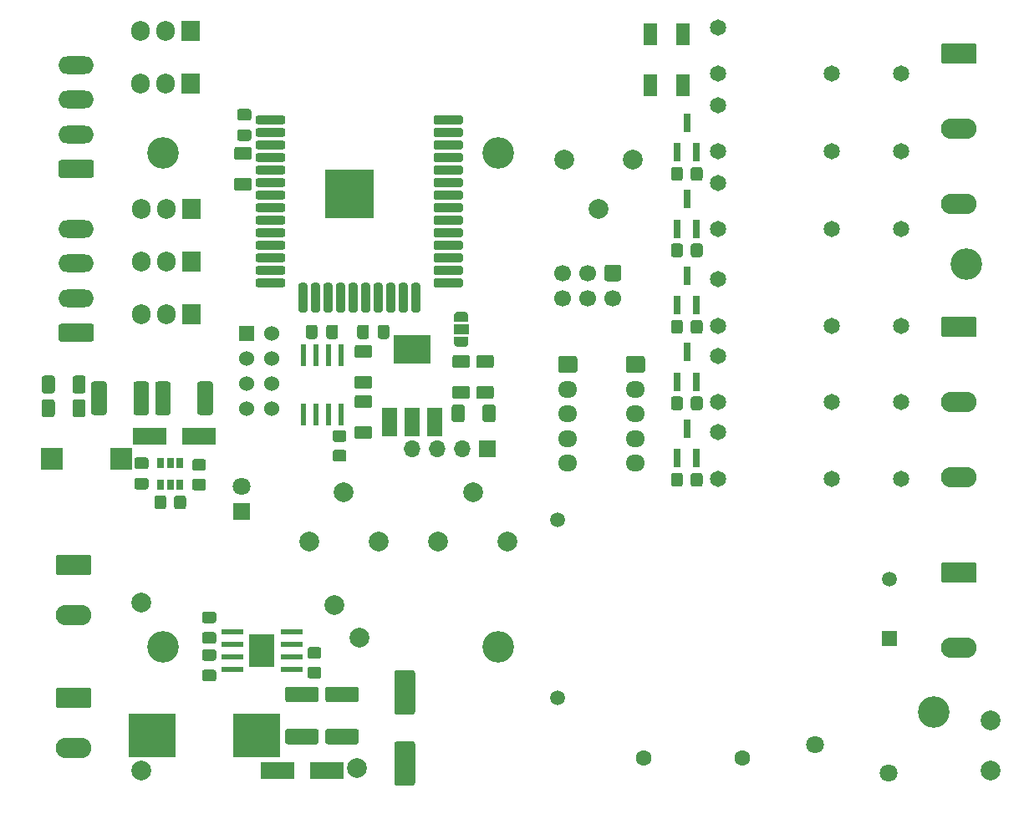
<source format=gbr>
%TF.GenerationSoftware,KiCad,Pcbnew,(5.1.8)-1*%
%TF.CreationDate,2021-03-17T21:52:08+01:00*%
%TF.ProjectId,sensactOutdoor,73656e73-6163-4744-9f75-74646f6f722e,rev?*%
%TF.SameCoordinates,Original*%
%TF.FileFunction,Soldermask,Top*%
%TF.FilePolarity,Negative*%
%FSLAX46Y46*%
G04 Gerber Fmt 4.6, Leading zero omitted, Abs format (unit mm)*
G04 Created by KiCad (PCBNEW (5.1.8)-1) date 2021-03-17 21:52:08*
%MOMM*%
%LPD*%
G01*
G04 APERTURE LIST*
%ADD10C,3.200000*%
%ADD11C,1.600000*%
%ADD12C,2.000000*%
%ADD13R,1.400000X2.200000*%
%ADD14C,1.500000*%
%ADD15R,1.500000X1.500000*%
%ADD16C,1.800000*%
%ADD17O,1.700000X1.700000*%
%ADD18R,1.700000X1.700000*%
%ADD19R,1.500000X1.000000*%
%ADD20C,0.100000*%
%ADD21C,1.524000*%
%ADD22R,1.524000X1.524000*%
%ADD23O,3.600000X2.100000*%
%ADD24R,4.800000X4.500000*%
%ADD25R,2.200000X0.600000*%
%ADD26O,1.905000X2.000000*%
%ADD27R,1.905000X2.000000*%
%ADD28C,1.650000*%
%ADD29O,1.950000X1.700000*%
%ADD30R,5.000000X5.000000*%
%ADD31C,1.700000*%
%ADD32R,0.800000X1.900000*%
%ADD33O,3.600000X1.800000*%
%ADD34R,1.500000X3.000000*%
%ADD35R,3.800000X3.000000*%
%ADD36R,1.800000X1.800000*%
%ADD37R,3.500000X1.800000*%
%ADD38R,0.600000X2.200000*%
%ADD39R,0.650000X1.060000*%
%ADD40R,2.200000X2.200000*%
%ADD41O,3.600000X2.080000*%
G04 APERTURE END LIST*
D10*
%TO.C,H6*%
X116586000Y-93599000D03*
%TD*%
D11*
%TO.C,C23*%
X87155000Y-98298000D03*
X97155000Y-98298000D03*
%TD*%
D12*
%TO.C,J13*%
X79121000Y-37672000D03*
X82621000Y-42672000D03*
X86121001Y-37672000D03*
%TD*%
%TO.C,J12*%
X73395601Y-76327000D03*
X69895601Y-71327000D03*
X66395600Y-76327000D03*
%TD*%
%TO.C,J10*%
X60340001Y-76327000D03*
X56840001Y-71327000D03*
X53340000Y-76327000D03*
%TD*%
D13*
%TO.C,D5*%
X87885000Y-24959000D03*
X91185000Y-24959000D03*
X91185000Y-30159000D03*
X87885000Y-30159000D03*
%TD*%
D14*
%TO.C,PS1*%
X78450000Y-74202000D03*
X78450000Y-92202000D03*
X112050000Y-80202000D03*
D15*
X112050000Y-86202000D03*
%TD*%
D16*
%TO.C,RV1*%
X104514000Y-96922000D03*
X112014000Y-99822000D03*
%TD*%
D12*
%TO.C,F1*%
X122301000Y-94488000D03*
X122301000Y-99568000D03*
%TD*%
%TO.C,TP4*%
X36322000Y-99568000D03*
%TD*%
%TO.C,TP2*%
X58166000Y-99314000D03*
%TD*%
D17*
%TO.C,U7*%
X63754000Y-66929000D03*
X66294000Y-66929000D03*
X68834000Y-66929000D03*
D18*
X71374000Y-66929000D03*
%TD*%
D19*
%TO.C,JP1*%
X68707000Y-54864000D03*
D20*
G36*
X69456398Y-56164000D02*
G01*
X69456398Y-56188534D01*
X69451588Y-56237365D01*
X69442016Y-56285490D01*
X69427772Y-56332445D01*
X69408995Y-56377778D01*
X69385864Y-56421051D01*
X69358604Y-56461850D01*
X69327476Y-56499779D01*
X69292779Y-56534476D01*
X69254850Y-56565604D01*
X69214051Y-56592864D01*
X69170778Y-56615995D01*
X69125445Y-56634772D01*
X69078490Y-56649016D01*
X69030365Y-56658588D01*
X68981534Y-56663398D01*
X68957000Y-56663398D01*
X68957000Y-56664000D01*
X68457000Y-56664000D01*
X68457000Y-56663398D01*
X68432466Y-56663398D01*
X68383635Y-56658588D01*
X68335510Y-56649016D01*
X68288555Y-56634772D01*
X68243222Y-56615995D01*
X68199949Y-56592864D01*
X68159150Y-56565604D01*
X68121221Y-56534476D01*
X68086524Y-56499779D01*
X68055396Y-56461850D01*
X68028136Y-56421051D01*
X68005005Y-56377778D01*
X67986228Y-56332445D01*
X67971984Y-56285490D01*
X67962412Y-56237365D01*
X67957602Y-56188534D01*
X67957602Y-56164000D01*
X67957000Y-56164000D01*
X67957000Y-55614000D01*
X69457000Y-55614000D01*
X69457000Y-56164000D01*
X69456398Y-56164000D01*
G37*
G36*
X67957000Y-54114000D02*
G01*
X67957000Y-53564000D01*
X67957602Y-53564000D01*
X67957602Y-53539466D01*
X67962412Y-53490635D01*
X67971984Y-53442510D01*
X67986228Y-53395555D01*
X68005005Y-53350222D01*
X68028136Y-53306949D01*
X68055396Y-53266150D01*
X68086524Y-53228221D01*
X68121221Y-53193524D01*
X68159150Y-53162396D01*
X68199949Y-53135136D01*
X68243222Y-53112005D01*
X68288555Y-53093228D01*
X68335510Y-53078984D01*
X68383635Y-53069412D01*
X68432466Y-53064602D01*
X68457000Y-53064602D01*
X68457000Y-53064000D01*
X68957000Y-53064000D01*
X68957000Y-53064602D01*
X68981534Y-53064602D01*
X69030365Y-53069412D01*
X69078490Y-53078984D01*
X69125445Y-53093228D01*
X69170778Y-53112005D01*
X69214051Y-53135136D01*
X69254850Y-53162396D01*
X69292779Y-53193524D01*
X69327476Y-53228221D01*
X69358604Y-53266150D01*
X69385864Y-53306949D01*
X69408995Y-53350222D01*
X69427772Y-53395555D01*
X69442016Y-53442510D01*
X69451588Y-53490635D01*
X69456398Y-53539466D01*
X69456398Y-53564000D01*
X69457000Y-53564000D01*
X69457000Y-54114000D01*
X67957000Y-54114000D01*
G37*
%TD*%
%TO.C,C21*%
G36*
G01*
X70877000Y-64023001D02*
X70877000Y-62722999D01*
G75*
G02*
X71126999Y-62473000I249999J0D01*
G01*
X71952001Y-62473000D01*
G75*
G02*
X72202000Y-62722999I0J-249999D01*
G01*
X72202000Y-64023001D01*
G75*
G02*
X71952001Y-64273000I-249999J0D01*
G01*
X71126999Y-64273000D01*
G75*
G02*
X70877000Y-64023001I0J249999D01*
G01*
G37*
G36*
G01*
X67752000Y-64023001D02*
X67752000Y-62722999D01*
G75*
G02*
X68001999Y-62473000I249999J0D01*
G01*
X68827001Y-62473000D01*
G75*
G02*
X69077000Y-62722999I0J-249999D01*
G01*
X69077000Y-64023001D01*
G75*
G02*
X68827001Y-64273000I-249999J0D01*
G01*
X68001999Y-64273000D01*
G75*
G02*
X67752000Y-64023001I0J249999D01*
G01*
G37*
%TD*%
%TO.C,C20*%
G36*
G01*
X69357001Y-58790000D02*
X68056999Y-58790000D01*
G75*
G02*
X67807000Y-58540001I0J249999D01*
G01*
X67807000Y-57714999D01*
G75*
G02*
X68056999Y-57465000I249999J0D01*
G01*
X69357001Y-57465000D01*
G75*
G02*
X69607000Y-57714999I0J-249999D01*
G01*
X69607000Y-58540001D01*
G75*
G02*
X69357001Y-58790000I-249999J0D01*
G01*
G37*
G36*
G01*
X69357001Y-61915000D02*
X68056999Y-61915000D01*
G75*
G02*
X67807000Y-61665001I0J249999D01*
G01*
X67807000Y-60839999D01*
G75*
G02*
X68056999Y-60590000I249999J0D01*
G01*
X69357001Y-60590000D01*
G75*
G02*
X69607000Y-60839999I0J-249999D01*
G01*
X69607000Y-61665001D01*
G75*
G02*
X69357001Y-61915000I-249999J0D01*
G01*
G37*
%TD*%
D21*
%TO.C,U6*%
X49530000Y-62865000D03*
X46990000Y-62865000D03*
X49530000Y-60325000D03*
X46990000Y-60325000D03*
X49530000Y-57785000D03*
X46990000Y-57785000D03*
X49530000Y-55245000D03*
D22*
X46990000Y-55245000D03*
%TD*%
D12*
%TO.C,TP3*%
X58420000Y-86106000D03*
%TD*%
%TO.C,TP5*%
X36322000Y-82550000D03*
%TD*%
%TO.C,TP1*%
X55880000Y-82804000D03*
%TD*%
D10*
%TO.C,H5*%
X119888000Y-48260000D03*
%TD*%
D23*
%TO.C,J9*%
X119126000Y-87122000D03*
G36*
G01*
X117576000Y-78452000D02*
X120676000Y-78452000D01*
G75*
G02*
X120926000Y-78702000I0J-250000D01*
G01*
X120926000Y-80302000D01*
G75*
G02*
X120676000Y-80552000I-250000J0D01*
G01*
X117576000Y-80552000D01*
G75*
G02*
X117326000Y-80302000I0J250000D01*
G01*
X117326000Y-78702000D01*
G75*
G02*
X117576000Y-78452000I250000J0D01*
G01*
G37*
%TD*%
%TO.C,J3*%
X119126000Y-69850000D03*
X119126000Y-62230000D03*
G36*
G01*
X117576000Y-53560000D02*
X120676000Y-53560000D01*
G75*
G02*
X120926000Y-53810000I0J-250000D01*
G01*
X120926000Y-55410000D01*
G75*
G02*
X120676000Y-55660000I-250000J0D01*
G01*
X117576000Y-55660000D01*
G75*
G02*
X117326000Y-55410000I0J250000D01*
G01*
X117326000Y-53810000D01*
G75*
G02*
X117576000Y-53560000I250000J0D01*
G01*
G37*
%TD*%
%TO.C,J2*%
X119126000Y-42164000D03*
X119126000Y-34544000D03*
G36*
G01*
X117576000Y-25874000D02*
X120676000Y-25874000D01*
G75*
G02*
X120926000Y-26124000I0J-250000D01*
G01*
X120926000Y-27724000D01*
G75*
G02*
X120676000Y-27974000I-250000J0D01*
G01*
X117576000Y-27974000D01*
G75*
G02*
X117326000Y-27724000I0J250000D01*
G01*
X117326000Y-26124000D01*
G75*
G02*
X117576000Y-25874000I250000J0D01*
G01*
G37*
%TD*%
D24*
%TO.C,L2*%
X47972000Y-96012000D03*
X37372000Y-96012000D03*
%TD*%
D20*
%TO.C,U2*%
G36*
X49814000Y-85726000D02*
G01*
X49814000Y-89026000D01*
X47214000Y-89026000D01*
X47214000Y-85726000D01*
X49814000Y-85726000D01*
G37*
D25*
X45514000Y-89281000D03*
X45514000Y-88011000D03*
X45514000Y-86741000D03*
X45514000Y-85471000D03*
X51514000Y-85471000D03*
X51514000Y-86741000D03*
X51514000Y-88011000D03*
X51514000Y-89281000D03*
%TD*%
D26*
%TO.C,Q3*%
X36195000Y-29972000D03*
X38735000Y-29972000D03*
D27*
X41275000Y-29972000D03*
%TD*%
D28*
%TO.C,K6*%
X113242000Y-69977000D03*
X106242000Y-69977000D03*
X94742000Y-65277000D03*
X94742000Y-69977000D03*
%TD*%
%TO.C,K5*%
X113242000Y-62230000D03*
X106242000Y-62230000D03*
X94742000Y-57530000D03*
X94742000Y-62230000D03*
%TD*%
%TO.C,K4*%
X113242000Y-54483000D03*
X106242000Y-54483000D03*
X94742000Y-49783000D03*
X94742000Y-54483000D03*
%TD*%
%TO.C,K3*%
X113242000Y-44704000D03*
X106242000Y-44704000D03*
X94742000Y-40004000D03*
X94742000Y-44704000D03*
%TD*%
%TO.C,K2*%
X113242000Y-36830000D03*
X106242000Y-36830000D03*
X94742000Y-32130000D03*
X94742000Y-36830000D03*
%TD*%
%TO.C,K1*%
X113242000Y-28956000D03*
X106242000Y-28956000D03*
X94742000Y-24256000D03*
X94742000Y-28956000D03*
%TD*%
%TO.C,C18*%
G36*
G01*
X55060000Y-55593000D02*
X55060000Y-54643000D01*
G75*
G02*
X55310000Y-54393000I250000J0D01*
G01*
X55985000Y-54393000D01*
G75*
G02*
X56235000Y-54643000I0J-250000D01*
G01*
X56235000Y-55593000D01*
G75*
G02*
X55985000Y-55843000I-250000J0D01*
G01*
X55310000Y-55843000D01*
G75*
G02*
X55060000Y-55593000I0J250000D01*
G01*
G37*
G36*
G01*
X52985000Y-55593000D02*
X52985000Y-54643000D01*
G75*
G02*
X53235000Y-54393000I250000J0D01*
G01*
X53910000Y-54393000D01*
G75*
G02*
X54160000Y-54643000I0J-250000D01*
G01*
X54160000Y-55593000D01*
G75*
G02*
X53910000Y-55843000I-250000J0D01*
G01*
X53235000Y-55843000D01*
G75*
G02*
X52985000Y-55593000I0J250000D01*
G01*
G37*
%TD*%
D29*
%TO.C,J11*%
X79502000Y-68420000D03*
X79502000Y-65920000D03*
X79502000Y-63420000D03*
X79502000Y-60920000D03*
G36*
G01*
X78777000Y-57570000D02*
X80227000Y-57570000D01*
G75*
G02*
X80477000Y-57820000I0J-250000D01*
G01*
X80477000Y-59020000D01*
G75*
G02*
X80227000Y-59270000I-250000J0D01*
G01*
X78777000Y-59270000D01*
G75*
G02*
X78527000Y-59020000I0J250000D01*
G01*
X78527000Y-57820000D01*
G75*
G02*
X78777000Y-57570000I250000J0D01*
G01*
G37*
%TD*%
%TO.C,U1*%
G36*
G01*
X68904000Y-33423000D02*
X68904000Y-33873000D01*
G75*
G02*
X68679000Y-34098000I-225000J0D01*
G01*
X66129000Y-34098000D01*
G75*
G02*
X65904000Y-33873000I0J225000D01*
G01*
X65904000Y-33423000D01*
G75*
G02*
X66129000Y-33198000I225000J0D01*
G01*
X68679000Y-33198000D01*
G75*
G02*
X68904000Y-33423000I0J-225000D01*
G01*
G37*
G36*
G01*
X68904000Y-34693000D02*
X68904000Y-35143000D01*
G75*
G02*
X68679000Y-35368000I-225000J0D01*
G01*
X66129000Y-35368000D01*
G75*
G02*
X65904000Y-35143000I0J225000D01*
G01*
X65904000Y-34693000D01*
G75*
G02*
X66129000Y-34468000I225000J0D01*
G01*
X68679000Y-34468000D01*
G75*
G02*
X68904000Y-34693000I0J-225000D01*
G01*
G37*
G36*
G01*
X68904000Y-35963000D02*
X68904000Y-36413000D01*
G75*
G02*
X68679000Y-36638000I-225000J0D01*
G01*
X66129000Y-36638000D01*
G75*
G02*
X65904000Y-36413000I0J225000D01*
G01*
X65904000Y-35963000D01*
G75*
G02*
X66129000Y-35738000I225000J0D01*
G01*
X68679000Y-35738000D01*
G75*
G02*
X68904000Y-35963000I0J-225000D01*
G01*
G37*
G36*
G01*
X68904000Y-37233000D02*
X68904000Y-37683000D01*
G75*
G02*
X68679000Y-37908000I-225000J0D01*
G01*
X66129000Y-37908000D01*
G75*
G02*
X65904000Y-37683000I0J225000D01*
G01*
X65904000Y-37233000D01*
G75*
G02*
X66129000Y-37008000I225000J0D01*
G01*
X68679000Y-37008000D01*
G75*
G02*
X68904000Y-37233000I0J-225000D01*
G01*
G37*
G36*
G01*
X68904000Y-38503000D02*
X68904000Y-38953000D01*
G75*
G02*
X68679000Y-39178000I-225000J0D01*
G01*
X66129000Y-39178000D01*
G75*
G02*
X65904000Y-38953000I0J225000D01*
G01*
X65904000Y-38503000D01*
G75*
G02*
X66129000Y-38278000I225000J0D01*
G01*
X68679000Y-38278000D01*
G75*
G02*
X68904000Y-38503000I0J-225000D01*
G01*
G37*
G36*
G01*
X68904000Y-39773000D02*
X68904000Y-40223000D01*
G75*
G02*
X68679000Y-40448000I-225000J0D01*
G01*
X66129000Y-40448000D01*
G75*
G02*
X65904000Y-40223000I0J225000D01*
G01*
X65904000Y-39773000D01*
G75*
G02*
X66129000Y-39548000I225000J0D01*
G01*
X68679000Y-39548000D01*
G75*
G02*
X68904000Y-39773000I0J-225000D01*
G01*
G37*
G36*
G01*
X68904000Y-41043000D02*
X68904000Y-41493000D01*
G75*
G02*
X68679000Y-41718000I-225000J0D01*
G01*
X66129000Y-41718000D01*
G75*
G02*
X65904000Y-41493000I0J225000D01*
G01*
X65904000Y-41043000D01*
G75*
G02*
X66129000Y-40818000I225000J0D01*
G01*
X68679000Y-40818000D01*
G75*
G02*
X68904000Y-41043000I0J-225000D01*
G01*
G37*
G36*
G01*
X68904000Y-42313000D02*
X68904000Y-42763000D01*
G75*
G02*
X68679000Y-42988000I-225000J0D01*
G01*
X66129000Y-42988000D01*
G75*
G02*
X65904000Y-42763000I0J225000D01*
G01*
X65904000Y-42313000D01*
G75*
G02*
X66129000Y-42088000I225000J0D01*
G01*
X68679000Y-42088000D01*
G75*
G02*
X68904000Y-42313000I0J-225000D01*
G01*
G37*
G36*
G01*
X68904000Y-43583000D02*
X68904000Y-44033000D01*
G75*
G02*
X68679000Y-44258000I-225000J0D01*
G01*
X66129000Y-44258000D01*
G75*
G02*
X65904000Y-44033000I0J225000D01*
G01*
X65904000Y-43583000D01*
G75*
G02*
X66129000Y-43358000I225000J0D01*
G01*
X68679000Y-43358000D01*
G75*
G02*
X68904000Y-43583000I0J-225000D01*
G01*
G37*
G36*
G01*
X68904000Y-44853000D02*
X68904000Y-45303000D01*
G75*
G02*
X68679000Y-45528000I-225000J0D01*
G01*
X66129000Y-45528000D01*
G75*
G02*
X65904000Y-45303000I0J225000D01*
G01*
X65904000Y-44853000D01*
G75*
G02*
X66129000Y-44628000I225000J0D01*
G01*
X68679000Y-44628000D01*
G75*
G02*
X68904000Y-44853000I0J-225000D01*
G01*
G37*
G36*
G01*
X68904000Y-46123000D02*
X68904000Y-46573000D01*
G75*
G02*
X68679000Y-46798000I-225000J0D01*
G01*
X66129000Y-46798000D01*
G75*
G02*
X65904000Y-46573000I0J225000D01*
G01*
X65904000Y-46123000D01*
G75*
G02*
X66129000Y-45898000I225000J0D01*
G01*
X68679000Y-45898000D01*
G75*
G02*
X68904000Y-46123000I0J-225000D01*
G01*
G37*
G36*
G01*
X68904000Y-47393000D02*
X68904000Y-47843000D01*
G75*
G02*
X68679000Y-48068000I-225000J0D01*
G01*
X66129000Y-48068000D01*
G75*
G02*
X65904000Y-47843000I0J225000D01*
G01*
X65904000Y-47393000D01*
G75*
G02*
X66129000Y-47168000I225000J0D01*
G01*
X68679000Y-47168000D01*
G75*
G02*
X68904000Y-47393000I0J-225000D01*
G01*
G37*
G36*
G01*
X68904000Y-48663000D02*
X68904000Y-49113000D01*
G75*
G02*
X68679000Y-49338000I-225000J0D01*
G01*
X66129000Y-49338000D01*
G75*
G02*
X65904000Y-49113000I0J225000D01*
G01*
X65904000Y-48663000D01*
G75*
G02*
X66129000Y-48438000I225000J0D01*
G01*
X68679000Y-48438000D01*
G75*
G02*
X68904000Y-48663000I0J-225000D01*
G01*
G37*
G36*
G01*
X68904000Y-49933000D02*
X68904000Y-50383000D01*
G75*
G02*
X68679000Y-50608000I-225000J0D01*
G01*
X66129000Y-50608000D01*
G75*
G02*
X65904000Y-50383000I0J225000D01*
G01*
X65904000Y-49933000D01*
G75*
G02*
X66129000Y-49708000I225000J0D01*
G01*
X68679000Y-49708000D01*
G75*
G02*
X68904000Y-49933000I0J-225000D01*
G01*
G37*
G36*
G01*
X64344000Y-53158000D02*
X63894000Y-53158000D01*
G75*
G02*
X63669000Y-52933000I0J225000D01*
G01*
X63669000Y-50383000D01*
G75*
G02*
X63894000Y-50158000I225000J0D01*
G01*
X64344000Y-50158000D01*
G75*
G02*
X64569000Y-50383000I0J-225000D01*
G01*
X64569000Y-52933000D01*
G75*
G02*
X64344000Y-53158000I-225000J0D01*
G01*
G37*
G36*
G01*
X63074000Y-53158000D02*
X62624000Y-53158000D01*
G75*
G02*
X62399000Y-52933000I0J225000D01*
G01*
X62399000Y-50383000D01*
G75*
G02*
X62624000Y-50158000I225000J0D01*
G01*
X63074000Y-50158000D01*
G75*
G02*
X63299000Y-50383000I0J-225000D01*
G01*
X63299000Y-52933000D01*
G75*
G02*
X63074000Y-53158000I-225000J0D01*
G01*
G37*
G36*
G01*
X61804000Y-53158000D02*
X61354000Y-53158000D01*
G75*
G02*
X61129000Y-52933000I0J225000D01*
G01*
X61129000Y-50383000D01*
G75*
G02*
X61354000Y-50158000I225000J0D01*
G01*
X61804000Y-50158000D01*
G75*
G02*
X62029000Y-50383000I0J-225000D01*
G01*
X62029000Y-52933000D01*
G75*
G02*
X61804000Y-53158000I-225000J0D01*
G01*
G37*
G36*
G01*
X60534000Y-53158000D02*
X60084000Y-53158000D01*
G75*
G02*
X59859000Y-52933000I0J225000D01*
G01*
X59859000Y-50383000D01*
G75*
G02*
X60084000Y-50158000I225000J0D01*
G01*
X60534000Y-50158000D01*
G75*
G02*
X60759000Y-50383000I0J-225000D01*
G01*
X60759000Y-52933000D01*
G75*
G02*
X60534000Y-53158000I-225000J0D01*
G01*
G37*
G36*
G01*
X59264000Y-53158000D02*
X58814000Y-53158000D01*
G75*
G02*
X58589000Y-52933000I0J225000D01*
G01*
X58589000Y-50383000D01*
G75*
G02*
X58814000Y-50158000I225000J0D01*
G01*
X59264000Y-50158000D01*
G75*
G02*
X59489000Y-50383000I0J-225000D01*
G01*
X59489000Y-52933000D01*
G75*
G02*
X59264000Y-53158000I-225000J0D01*
G01*
G37*
G36*
G01*
X57994000Y-53158000D02*
X57544000Y-53158000D01*
G75*
G02*
X57319000Y-52933000I0J225000D01*
G01*
X57319000Y-50383000D01*
G75*
G02*
X57544000Y-50158000I225000J0D01*
G01*
X57994000Y-50158000D01*
G75*
G02*
X58219000Y-50383000I0J-225000D01*
G01*
X58219000Y-52933000D01*
G75*
G02*
X57994000Y-53158000I-225000J0D01*
G01*
G37*
G36*
G01*
X56724000Y-53158000D02*
X56274000Y-53158000D01*
G75*
G02*
X56049000Y-52933000I0J225000D01*
G01*
X56049000Y-50383000D01*
G75*
G02*
X56274000Y-50158000I225000J0D01*
G01*
X56724000Y-50158000D01*
G75*
G02*
X56949000Y-50383000I0J-225000D01*
G01*
X56949000Y-52933000D01*
G75*
G02*
X56724000Y-53158000I-225000J0D01*
G01*
G37*
G36*
G01*
X55454000Y-53158000D02*
X55004000Y-53158000D01*
G75*
G02*
X54779000Y-52933000I0J225000D01*
G01*
X54779000Y-50383000D01*
G75*
G02*
X55004000Y-50158000I225000J0D01*
G01*
X55454000Y-50158000D01*
G75*
G02*
X55679000Y-50383000I0J-225000D01*
G01*
X55679000Y-52933000D01*
G75*
G02*
X55454000Y-53158000I-225000J0D01*
G01*
G37*
G36*
G01*
X54184000Y-53158000D02*
X53734000Y-53158000D01*
G75*
G02*
X53509000Y-52933000I0J225000D01*
G01*
X53509000Y-50383000D01*
G75*
G02*
X53734000Y-50158000I225000J0D01*
G01*
X54184000Y-50158000D01*
G75*
G02*
X54409000Y-50383000I0J-225000D01*
G01*
X54409000Y-52933000D01*
G75*
G02*
X54184000Y-53158000I-225000J0D01*
G01*
G37*
G36*
G01*
X52914000Y-53158000D02*
X52464000Y-53158000D01*
G75*
G02*
X52239000Y-52933000I0J225000D01*
G01*
X52239000Y-50383000D01*
G75*
G02*
X52464000Y-50158000I225000J0D01*
G01*
X52914000Y-50158000D01*
G75*
G02*
X53139000Y-50383000I0J-225000D01*
G01*
X53139000Y-52933000D01*
G75*
G02*
X52914000Y-53158000I-225000J0D01*
G01*
G37*
G36*
G01*
X47904000Y-50383000D02*
X47904000Y-49933000D01*
G75*
G02*
X48129000Y-49708000I225000J0D01*
G01*
X50679000Y-49708000D01*
G75*
G02*
X50904000Y-49933000I0J-225000D01*
G01*
X50904000Y-50383000D01*
G75*
G02*
X50679000Y-50608000I-225000J0D01*
G01*
X48129000Y-50608000D01*
G75*
G02*
X47904000Y-50383000I0J225000D01*
G01*
G37*
G36*
G01*
X47904000Y-49113000D02*
X47904000Y-48663000D01*
G75*
G02*
X48129000Y-48438000I225000J0D01*
G01*
X50679000Y-48438000D01*
G75*
G02*
X50904000Y-48663000I0J-225000D01*
G01*
X50904000Y-49113000D01*
G75*
G02*
X50679000Y-49338000I-225000J0D01*
G01*
X48129000Y-49338000D01*
G75*
G02*
X47904000Y-49113000I0J225000D01*
G01*
G37*
G36*
G01*
X47904000Y-47843000D02*
X47904000Y-47393000D01*
G75*
G02*
X48129000Y-47168000I225000J0D01*
G01*
X50679000Y-47168000D01*
G75*
G02*
X50904000Y-47393000I0J-225000D01*
G01*
X50904000Y-47843000D01*
G75*
G02*
X50679000Y-48068000I-225000J0D01*
G01*
X48129000Y-48068000D01*
G75*
G02*
X47904000Y-47843000I0J225000D01*
G01*
G37*
G36*
G01*
X47904000Y-46573000D02*
X47904000Y-46123000D01*
G75*
G02*
X48129000Y-45898000I225000J0D01*
G01*
X50679000Y-45898000D01*
G75*
G02*
X50904000Y-46123000I0J-225000D01*
G01*
X50904000Y-46573000D01*
G75*
G02*
X50679000Y-46798000I-225000J0D01*
G01*
X48129000Y-46798000D01*
G75*
G02*
X47904000Y-46573000I0J225000D01*
G01*
G37*
G36*
G01*
X47904000Y-45303000D02*
X47904000Y-44853000D01*
G75*
G02*
X48129000Y-44628000I225000J0D01*
G01*
X50679000Y-44628000D01*
G75*
G02*
X50904000Y-44853000I0J-225000D01*
G01*
X50904000Y-45303000D01*
G75*
G02*
X50679000Y-45528000I-225000J0D01*
G01*
X48129000Y-45528000D01*
G75*
G02*
X47904000Y-45303000I0J225000D01*
G01*
G37*
G36*
G01*
X47904000Y-44033000D02*
X47904000Y-43583000D01*
G75*
G02*
X48129000Y-43358000I225000J0D01*
G01*
X50679000Y-43358000D01*
G75*
G02*
X50904000Y-43583000I0J-225000D01*
G01*
X50904000Y-44033000D01*
G75*
G02*
X50679000Y-44258000I-225000J0D01*
G01*
X48129000Y-44258000D01*
G75*
G02*
X47904000Y-44033000I0J225000D01*
G01*
G37*
G36*
G01*
X47904000Y-42763000D02*
X47904000Y-42313000D01*
G75*
G02*
X48129000Y-42088000I225000J0D01*
G01*
X50679000Y-42088000D01*
G75*
G02*
X50904000Y-42313000I0J-225000D01*
G01*
X50904000Y-42763000D01*
G75*
G02*
X50679000Y-42988000I-225000J0D01*
G01*
X48129000Y-42988000D01*
G75*
G02*
X47904000Y-42763000I0J225000D01*
G01*
G37*
G36*
G01*
X47904000Y-41493000D02*
X47904000Y-41043000D01*
G75*
G02*
X48129000Y-40818000I225000J0D01*
G01*
X50679000Y-40818000D01*
G75*
G02*
X50904000Y-41043000I0J-225000D01*
G01*
X50904000Y-41493000D01*
G75*
G02*
X50679000Y-41718000I-225000J0D01*
G01*
X48129000Y-41718000D01*
G75*
G02*
X47904000Y-41493000I0J225000D01*
G01*
G37*
G36*
G01*
X47904000Y-40223000D02*
X47904000Y-39773000D01*
G75*
G02*
X48129000Y-39548000I225000J0D01*
G01*
X50679000Y-39548000D01*
G75*
G02*
X50904000Y-39773000I0J-225000D01*
G01*
X50904000Y-40223000D01*
G75*
G02*
X50679000Y-40448000I-225000J0D01*
G01*
X48129000Y-40448000D01*
G75*
G02*
X47904000Y-40223000I0J225000D01*
G01*
G37*
G36*
G01*
X47904000Y-38953000D02*
X47904000Y-38503000D01*
G75*
G02*
X48129000Y-38278000I225000J0D01*
G01*
X50679000Y-38278000D01*
G75*
G02*
X50904000Y-38503000I0J-225000D01*
G01*
X50904000Y-38953000D01*
G75*
G02*
X50679000Y-39178000I-225000J0D01*
G01*
X48129000Y-39178000D01*
G75*
G02*
X47904000Y-38953000I0J225000D01*
G01*
G37*
G36*
G01*
X47904000Y-37683000D02*
X47904000Y-37233000D01*
G75*
G02*
X48129000Y-37008000I225000J0D01*
G01*
X50679000Y-37008000D01*
G75*
G02*
X50904000Y-37233000I0J-225000D01*
G01*
X50904000Y-37683000D01*
G75*
G02*
X50679000Y-37908000I-225000J0D01*
G01*
X48129000Y-37908000D01*
G75*
G02*
X47904000Y-37683000I0J225000D01*
G01*
G37*
G36*
G01*
X47904000Y-36413000D02*
X47904000Y-35963000D01*
G75*
G02*
X48129000Y-35738000I225000J0D01*
G01*
X50679000Y-35738000D01*
G75*
G02*
X50904000Y-35963000I0J-225000D01*
G01*
X50904000Y-36413000D01*
G75*
G02*
X50679000Y-36638000I-225000J0D01*
G01*
X48129000Y-36638000D01*
G75*
G02*
X47904000Y-36413000I0J225000D01*
G01*
G37*
G36*
G01*
X47904000Y-35143000D02*
X47904000Y-34693000D01*
G75*
G02*
X48129000Y-34468000I225000J0D01*
G01*
X50679000Y-34468000D01*
G75*
G02*
X50904000Y-34693000I0J-225000D01*
G01*
X50904000Y-35143000D01*
G75*
G02*
X50679000Y-35368000I-225000J0D01*
G01*
X48129000Y-35368000D01*
G75*
G02*
X47904000Y-35143000I0J225000D01*
G01*
G37*
G36*
G01*
X47904000Y-33873000D02*
X47904000Y-33423000D01*
G75*
G02*
X48129000Y-33198000I225000J0D01*
G01*
X50679000Y-33198000D01*
G75*
G02*
X50904000Y-33423000I0J-225000D01*
G01*
X50904000Y-33873000D01*
G75*
G02*
X50679000Y-34098000I-225000J0D01*
G01*
X48129000Y-34098000D01*
G75*
G02*
X47904000Y-33873000I0J225000D01*
G01*
G37*
D30*
X57404000Y-41148000D03*
%TD*%
%TO.C,C17*%
G36*
G01*
X45958999Y-39508000D02*
X47259001Y-39508000D01*
G75*
G02*
X47509000Y-39757999I0J-249999D01*
G01*
X47509000Y-40583001D01*
G75*
G02*
X47259001Y-40833000I-249999J0D01*
G01*
X45958999Y-40833000D01*
G75*
G02*
X45709000Y-40583001I0J249999D01*
G01*
X45709000Y-39757999D01*
G75*
G02*
X45958999Y-39508000I249999J0D01*
G01*
G37*
G36*
G01*
X45958999Y-36383000D02*
X47259001Y-36383000D01*
G75*
G02*
X47509000Y-36632999I0J-249999D01*
G01*
X47509000Y-37458001D01*
G75*
G02*
X47259001Y-37708000I-249999J0D01*
G01*
X45958999Y-37708000D01*
G75*
G02*
X45709000Y-37458001I0J249999D01*
G01*
X45709000Y-36632999D01*
G75*
G02*
X45958999Y-36383000I249999J0D01*
G01*
G37*
%TD*%
%TO.C,C16*%
G36*
G01*
X47211000Y-33713000D02*
X46261000Y-33713000D01*
G75*
G02*
X46011000Y-33463000I0J250000D01*
G01*
X46011000Y-32788000D01*
G75*
G02*
X46261000Y-32538000I250000J0D01*
G01*
X47211000Y-32538000D01*
G75*
G02*
X47461000Y-32788000I0J-250000D01*
G01*
X47461000Y-33463000D01*
G75*
G02*
X47211000Y-33713000I-250000J0D01*
G01*
G37*
G36*
G01*
X47211000Y-35788000D02*
X46261000Y-35788000D01*
G75*
G02*
X46011000Y-35538000I0J250000D01*
G01*
X46011000Y-34863000D01*
G75*
G02*
X46261000Y-34613000I250000J0D01*
G01*
X47211000Y-34613000D01*
G75*
G02*
X47461000Y-34863000I0J-250000D01*
G01*
X47461000Y-35538000D01*
G75*
G02*
X47211000Y-35788000I-250000J0D01*
G01*
G37*
%TD*%
D29*
%TO.C,J7*%
X86360000Y-68420000D03*
X86360000Y-65920000D03*
X86360000Y-63420000D03*
X86360000Y-60920000D03*
G36*
G01*
X85635000Y-57570000D02*
X87085000Y-57570000D01*
G75*
G02*
X87335000Y-57820000I0J-250000D01*
G01*
X87335000Y-59020000D01*
G75*
G02*
X87085000Y-59270000I-250000J0D01*
G01*
X85635000Y-59270000D01*
G75*
G02*
X85385000Y-59020000I0J250000D01*
G01*
X85385000Y-57820000D01*
G75*
G02*
X85635000Y-57570000I250000J0D01*
G01*
G37*
%TD*%
D31*
%TO.C,J4*%
X78994000Y-51689000D03*
X81534000Y-51689000D03*
X84074000Y-51689000D03*
X78994000Y-49149000D03*
X81534000Y-49149000D03*
G36*
G01*
X83474000Y-48299000D02*
X84674000Y-48299000D01*
G75*
G02*
X84924000Y-48549000I0J-250000D01*
G01*
X84924000Y-49749000D01*
G75*
G02*
X84674000Y-49999000I-250000J0D01*
G01*
X83474000Y-49999000D01*
G75*
G02*
X83224000Y-49749000I0J250000D01*
G01*
X83224000Y-48549000D01*
G75*
G02*
X83474000Y-48299000I250000J0D01*
G01*
G37*
%TD*%
%TO.C,R24*%
G36*
G01*
X91967000Y-70554001D02*
X91967000Y-69653999D01*
G75*
G02*
X92216999Y-69404000I249999J0D01*
G01*
X92917001Y-69404000D01*
G75*
G02*
X93167000Y-69653999I0J-249999D01*
G01*
X93167000Y-70554001D01*
G75*
G02*
X92917001Y-70804000I-249999J0D01*
G01*
X92216999Y-70804000D01*
G75*
G02*
X91967000Y-70554001I0J249999D01*
G01*
G37*
G36*
G01*
X89967000Y-70554001D02*
X89967000Y-69653999D01*
G75*
G02*
X90216999Y-69404000I249999J0D01*
G01*
X90917001Y-69404000D01*
G75*
G02*
X91167000Y-69653999I0J-249999D01*
G01*
X91167000Y-70554001D01*
G75*
G02*
X90917001Y-70804000I-249999J0D01*
G01*
X90216999Y-70804000D01*
G75*
G02*
X89967000Y-70554001I0J249999D01*
G01*
G37*
%TD*%
%TO.C,R23*%
G36*
G01*
X91967000Y-62807001D02*
X91967000Y-61906999D01*
G75*
G02*
X92216999Y-61657000I249999J0D01*
G01*
X92917001Y-61657000D01*
G75*
G02*
X93167000Y-61906999I0J-249999D01*
G01*
X93167000Y-62807001D01*
G75*
G02*
X92917001Y-63057000I-249999J0D01*
G01*
X92216999Y-63057000D01*
G75*
G02*
X91967000Y-62807001I0J249999D01*
G01*
G37*
G36*
G01*
X89967000Y-62807001D02*
X89967000Y-61906999D01*
G75*
G02*
X90216999Y-61657000I249999J0D01*
G01*
X90917001Y-61657000D01*
G75*
G02*
X91167000Y-61906999I0J-249999D01*
G01*
X91167000Y-62807001D01*
G75*
G02*
X90917001Y-63057000I-249999J0D01*
G01*
X90216999Y-63057000D01*
G75*
G02*
X89967000Y-62807001I0J249999D01*
G01*
G37*
%TD*%
D32*
%TO.C,Q11*%
X91567000Y-64921000D03*
X92517000Y-67921000D03*
X90617000Y-67921000D03*
%TD*%
%TO.C,Q10*%
X91567000Y-57174000D03*
X92517000Y-60174000D03*
X90617000Y-60174000D03*
%TD*%
D33*
%TO.C,J8*%
X29718000Y-44704000D03*
X29718000Y-48204000D03*
X29718000Y-51704000D03*
G36*
G01*
X31268000Y-56104000D02*
X28168000Y-56104000D01*
G75*
G02*
X27918000Y-55854000I0J250000D01*
G01*
X27918000Y-54554000D01*
G75*
G02*
X28168000Y-54304000I250000J0D01*
G01*
X31268000Y-54304000D01*
G75*
G02*
X31518000Y-54554000I0J-250000D01*
G01*
X31518000Y-55854000D01*
G75*
G02*
X31268000Y-56104000I-250000J0D01*
G01*
G37*
%TD*%
D10*
%TO.C,H3*%
X38500000Y-87000000D03*
%TD*%
D34*
%TO.C,U5*%
X61454000Y-64229000D03*
X66054000Y-64229000D03*
X63754000Y-64229000D03*
D35*
X63754000Y-56929000D03*
%TD*%
%TO.C,R10*%
G36*
G01*
X55937999Y-67075000D02*
X56838001Y-67075000D01*
G75*
G02*
X57088000Y-67324999I0J-249999D01*
G01*
X57088000Y-68025001D01*
G75*
G02*
X56838001Y-68275000I-249999J0D01*
G01*
X55937999Y-68275000D01*
G75*
G02*
X55688000Y-68025001I0J249999D01*
G01*
X55688000Y-67324999D01*
G75*
G02*
X55937999Y-67075000I249999J0D01*
G01*
G37*
G36*
G01*
X55937999Y-65075000D02*
X56838001Y-65075000D01*
G75*
G02*
X57088000Y-65324999I0J-249999D01*
G01*
X57088000Y-66025001D01*
G75*
G02*
X56838001Y-66275000I-249999J0D01*
G01*
X55937999Y-66275000D01*
G75*
G02*
X55688000Y-66025001I0J249999D01*
G01*
X55688000Y-65324999D01*
G75*
G02*
X55937999Y-65075000I249999J0D01*
G01*
G37*
%TD*%
%TO.C,R8*%
G36*
G01*
X91967000Y-55060001D02*
X91967000Y-54159999D01*
G75*
G02*
X92216999Y-53910000I249999J0D01*
G01*
X92917001Y-53910000D01*
G75*
G02*
X93167000Y-54159999I0J-249999D01*
G01*
X93167000Y-55060001D01*
G75*
G02*
X92917001Y-55310000I-249999J0D01*
G01*
X92216999Y-55310000D01*
G75*
G02*
X91967000Y-55060001I0J249999D01*
G01*
G37*
G36*
G01*
X89967000Y-55060001D02*
X89967000Y-54159999D01*
G75*
G02*
X90216999Y-53910000I249999J0D01*
G01*
X90917001Y-53910000D01*
G75*
G02*
X91167000Y-54159999I0J-249999D01*
G01*
X91167000Y-55060001D01*
G75*
G02*
X90917001Y-55310000I-249999J0D01*
G01*
X90216999Y-55310000D01*
G75*
G02*
X89967000Y-55060001I0J249999D01*
G01*
G37*
%TD*%
%TO.C,R7*%
G36*
G01*
X91967000Y-47313001D02*
X91967000Y-46412999D01*
G75*
G02*
X92216999Y-46163000I249999J0D01*
G01*
X92917001Y-46163000D01*
G75*
G02*
X93167000Y-46412999I0J-249999D01*
G01*
X93167000Y-47313001D01*
G75*
G02*
X92917001Y-47563000I-249999J0D01*
G01*
X92216999Y-47563000D01*
G75*
G02*
X91967000Y-47313001I0J249999D01*
G01*
G37*
G36*
G01*
X89967000Y-47313001D02*
X89967000Y-46412999D01*
G75*
G02*
X90216999Y-46163000I249999J0D01*
G01*
X90917001Y-46163000D01*
G75*
G02*
X91167000Y-46412999I0J-249999D01*
G01*
X91167000Y-47313001D01*
G75*
G02*
X90917001Y-47563000I-249999J0D01*
G01*
X90216999Y-47563000D01*
G75*
G02*
X89967000Y-47313001I0J249999D01*
G01*
G37*
%TD*%
%TO.C,R6*%
G36*
G01*
X91967000Y-39566001D02*
X91967000Y-38665999D01*
G75*
G02*
X92216999Y-38416000I249999J0D01*
G01*
X92917001Y-38416000D01*
G75*
G02*
X93167000Y-38665999I0J-249999D01*
G01*
X93167000Y-39566001D01*
G75*
G02*
X92917001Y-39816000I-249999J0D01*
G01*
X92216999Y-39816000D01*
G75*
G02*
X91967000Y-39566001I0J249999D01*
G01*
G37*
G36*
G01*
X89967000Y-39566001D02*
X89967000Y-38665999D01*
G75*
G02*
X90216999Y-38416000I249999J0D01*
G01*
X90917001Y-38416000D01*
G75*
G02*
X91167000Y-38665999I0J-249999D01*
G01*
X91167000Y-39566001D01*
G75*
G02*
X90917001Y-39816000I-249999J0D01*
G01*
X90216999Y-39816000D01*
G75*
G02*
X89967000Y-39566001I0J249999D01*
G01*
G37*
%TD*%
D32*
%TO.C,Q9*%
X91567000Y-49427000D03*
X92517000Y-52427000D03*
X90617000Y-52427000D03*
%TD*%
%TO.C,Q8*%
X91567000Y-41680000D03*
X92517000Y-44680000D03*
X90617000Y-44680000D03*
%TD*%
%TO.C,Q7*%
X91567000Y-33909000D03*
X92517000Y-36909000D03*
X90617000Y-36909000D03*
%TD*%
D16*
%TO.C,D3*%
X46482000Y-70739000D03*
D36*
X46482000Y-73279000D03*
%TD*%
%TO.C,C19*%
G36*
G01*
X58150999Y-64654000D02*
X59451001Y-64654000D01*
G75*
G02*
X59701000Y-64903999I0J-249999D01*
G01*
X59701000Y-65729001D01*
G75*
G02*
X59451001Y-65979000I-249999J0D01*
G01*
X58150999Y-65979000D01*
G75*
G02*
X57901000Y-65729001I0J249999D01*
G01*
X57901000Y-64903999D01*
G75*
G02*
X58150999Y-64654000I249999J0D01*
G01*
G37*
G36*
G01*
X58150999Y-61529000D02*
X59451001Y-61529000D01*
G75*
G02*
X59701000Y-61778999I0J-249999D01*
G01*
X59701000Y-62604001D01*
G75*
G02*
X59451001Y-62854000I-249999J0D01*
G01*
X58150999Y-62854000D01*
G75*
G02*
X57901000Y-62604001I0J249999D01*
G01*
X57901000Y-61778999D01*
G75*
G02*
X58150999Y-61529000I249999J0D01*
G01*
G37*
%TD*%
D10*
%TO.C,H4*%
X72500000Y-87000000D03*
%TD*%
%TO.C,C14*%
G36*
G01*
X58150999Y-59574000D02*
X59451001Y-59574000D01*
G75*
G02*
X59701000Y-59823999I0J-249999D01*
G01*
X59701000Y-60649001D01*
G75*
G02*
X59451001Y-60899000I-249999J0D01*
G01*
X58150999Y-60899000D01*
G75*
G02*
X57901000Y-60649001I0J249999D01*
G01*
X57901000Y-59823999D01*
G75*
G02*
X58150999Y-59574000I249999J0D01*
G01*
G37*
G36*
G01*
X58150999Y-56449000D02*
X59451001Y-56449000D01*
G75*
G02*
X59701000Y-56698999I0J-249999D01*
G01*
X59701000Y-57524001D01*
G75*
G02*
X59451001Y-57774000I-249999J0D01*
G01*
X58150999Y-57774000D01*
G75*
G02*
X57901000Y-57524001I0J249999D01*
G01*
X57901000Y-56698999D01*
G75*
G02*
X58150999Y-56449000I249999J0D01*
G01*
G37*
%TD*%
%TO.C,C13*%
G36*
G01*
X59367000Y-54643000D02*
X59367000Y-55593000D01*
G75*
G02*
X59117000Y-55843000I-250000J0D01*
G01*
X58442000Y-55843000D01*
G75*
G02*
X58192000Y-55593000I0J250000D01*
G01*
X58192000Y-54643000D01*
G75*
G02*
X58442000Y-54393000I250000J0D01*
G01*
X59117000Y-54393000D01*
G75*
G02*
X59367000Y-54643000I0J-250000D01*
G01*
G37*
G36*
G01*
X61442000Y-54643000D02*
X61442000Y-55593000D01*
G75*
G02*
X61192000Y-55843000I-250000J0D01*
G01*
X60517000Y-55843000D01*
G75*
G02*
X60267000Y-55593000I0J250000D01*
G01*
X60267000Y-54643000D01*
G75*
G02*
X60517000Y-54393000I250000J0D01*
G01*
X61192000Y-54393000D01*
G75*
G02*
X61442000Y-54643000I0J-250000D01*
G01*
G37*
%TD*%
%TO.C,C12*%
G36*
G01*
X71770001Y-58790000D02*
X70469999Y-58790000D01*
G75*
G02*
X70220000Y-58540001I0J249999D01*
G01*
X70220000Y-57714999D01*
G75*
G02*
X70469999Y-57465000I249999J0D01*
G01*
X71770001Y-57465000D01*
G75*
G02*
X72020000Y-57714999I0J-249999D01*
G01*
X72020000Y-58540001D01*
G75*
G02*
X71770001Y-58790000I-249999J0D01*
G01*
G37*
G36*
G01*
X71770001Y-61915000D02*
X70469999Y-61915000D01*
G75*
G02*
X70220000Y-61665001I0J249999D01*
G01*
X70220000Y-60839999D01*
G75*
G02*
X70469999Y-60590000I249999J0D01*
G01*
X71770001Y-60590000D01*
G75*
G02*
X72020000Y-60839999I0J-249999D01*
G01*
X72020000Y-61665001D01*
G75*
G02*
X71770001Y-61915000I-249999J0D01*
G01*
G37*
%TD*%
D26*
%TO.C,Q4*%
X36322000Y-42672000D03*
X38862000Y-42672000D03*
D27*
X41402000Y-42672000D03*
%TD*%
%TO.C,C6*%
G36*
G01*
X42705000Y-85540000D02*
X43655000Y-85540000D01*
G75*
G02*
X43905000Y-85790000I0J-250000D01*
G01*
X43905000Y-86465000D01*
G75*
G02*
X43655000Y-86715000I-250000J0D01*
G01*
X42705000Y-86715000D01*
G75*
G02*
X42455000Y-86465000I0J250000D01*
G01*
X42455000Y-85790000D01*
G75*
G02*
X42705000Y-85540000I250000J0D01*
G01*
G37*
G36*
G01*
X42705000Y-83465000D02*
X43655000Y-83465000D01*
G75*
G02*
X43905000Y-83715000I0J-250000D01*
G01*
X43905000Y-84390000D01*
G75*
G02*
X43655000Y-84640000I-250000J0D01*
G01*
X42705000Y-84640000D01*
G75*
G02*
X42455000Y-84390000I0J250000D01*
G01*
X42455000Y-83715000D01*
G75*
G02*
X42705000Y-83465000I250000J0D01*
G01*
G37*
%TD*%
D37*
%TO.C,D1*%
X42124000Y-65659000D03*
X37124000Y-65659000D03*
%TD*%
D38*
%TO.C,U4*%
X56515000Y-63452000D03*
X55245000Y-63452000D03*
X53975000Y-63452000D03*
X52705000Y-63452000D03*
X52705000Y-57452000D03*
X53975000Y-57452000D03*
X55245000Y-57452000D03*
X56515000Y-57452000D03*
%TD*%
D39*
%TO.C,U3*%
X39243000Y-68369000D03*
X38293000Y-68369000D03*
X40193000Y-68369000D03*
X40193000Y-70569000D03*
X39243000Y-70569000D03*
X38293000Y-70569000D03*
%TD*%
%TO.C,R4*%
G36*
G01*
X42614001Y-69196000D02*
X41713999Y-69196000D01*
G75*
G02*
X41464000Y-68946001I0J249999D01*
G01*
X41464000Y-68245999D01*
G75*
G02*
X41713999Y-67996000I249999J0D01*
G01*
X42614001Y-67996000D01*
G75*
G02*
X42864000Y-68245999I0J-249999D01*
G01*
X42864000Y-68946001D01*
G75*
G02*
X42614001Y-69196000I-249999J0D01*
G01*
G37*
G36*
G01*
X42614001Y-71196000D02*
X41713999Y-71196000D01*
G75*
G02*
X41464000Y-70946001I0J249999D01*
G01*
X41464000Y-70245999D01*
G75*
G02*
X41713999Y-69996000I249999J0D01*
G01*
X42614001Y-69996000D01*
G75*
G02*
X42864000Y-70245999I0J-249999D01*
G01*
X42864000Y-70946001D01*
G75*
G02*
X42614001Y-71196000I-249999J0D01*
G01*
G37*
%TD*%
%TO.C,R3*%
G36*
G01*
X39643000Y-72840001D02*
X39643000Y-71939999D01*
G75*
G02*
X39892999Y-71690000I249999J0D01*
G01*
X40593001Y-71690000D01*
G75*
G02*
X40843000Y-71939999I0J-249999D01*
G01*
X40843000Y-72840001D01*
G75*
G02*
X40593001Y-73090000I-249999J0D01*
G01*
X39892999Y-73090000D01*
G75*
G02*
X39643000Y-72840001I0J249999D01*
G01*
G37*
G36*
G01*
X37643000Y-72840001D02*
X37643000Y-71939999D01*
G75*
G02*
X37892999Y-71690000I249999J0D01*
G01*
X38593001Y-71690000D01*
G75*
G02*
X38843000Y-71939999I0J-249999D01*
G01*
X38843000Y-72840001D01*
G75*
G02*
X38593001Y-73090000I-249999J0D01*
G01*
X37892999Y-73090000D01*
G75*
G02*
X37643000Y-72840001I0J249999D01*
G01*
G37*
%TD*%
%TO.C,R1*%
G36*
G01*
X53397999Y-89046000D02*
X54298001Y-89046000D01*
G75*
G02*
X54548000Y-89295999I0J-249999D01*
G01*
X54548000Y-89996001D01*
G75*
G02*
X54298001Y-90246000I-249999J0D01*
G01*
X53397999Y-90246000D01*
G75*
G02*
X53148000Y-89996001I0J249999D01*
G01*
X53148000Y-89295999D01*
G75*
G02*
X53397999Y-89046000I249999J0D01*
G01*
G37*
G36*
G01*
X53397999Y-87046000D02*
X54298001Y-87046000D01*
G75*
G02*
X54548000Y-87295999I0J-249999D01*
G01*
X54548000Y-87996001D01*
G75*
G02*
X54298001Y-88246000I-249999J0D01*
G01*
X53397999Y-88246000D01*
G75*
G02*
X53148000Y-87996001I0J249999D01*
G01*
X53148000Y-87295999D01*
G75*
G02*
X53397999Y-87046000I249999J0D01*
G01*
G37*
%TD*%
D26*
%TO.C,Q5*%
X36322000Y-48006000D03*
X38862000Y-48006000D03*
D27*
X41402000Y-48006000D03*
%TD*%
D26*
%TO.C,Q2*%
X36195000Y-24638000D03*
X38735000Y-24638000D03*
D27*
X41275000Y-24638000D03*
%TD*%
D26*
%TO.C,Q1*%
X36322000Y-53340000D03*
X38862000Y-53340000D03*
D27*
X41402000Y-53340000D03*
%TD*%
D40*
%TO.C,L1*%
X34273000Y-67945000D03*
X27273000Y-67945000D03*
%TD*%
D33*
%TO.C,J6*%
X29718000Y-28108000D03*
X29718000Y-31608000D03*
X29718000Y-35108000D03*
G36*
G01*
X31268000Y-39508000D02*
X28168000Y-39508000D01*
G75*
G02*
X27918000Y-39258000I0J250000D01*
G01*
X27918000Y-37958000D01*
G75*
G02*
X28168000Y-37708000I250000J0D01*
G01*
X31268000Y-37708000D01*
G75*
G02*
X31518000Y-37958000I0J-250000D01*
G01*
X31518000Y-39258000D01*
G75*
G02*
X31268000Y-39508000I-250000J0D01*
G01*
G37*
%TD*%
D41*
%TO.C,J5*%
X29464000Y-97282000D03*
G36*
G01*
X27913999Y-91162000D02*
X31014001Y-91162000D01*
G75*
G02*
X31264000Y-91411999I0J-249999D01*
G01*
X31264000Y-92992001D01*
G75*
G02*
X31014001Y-93242000I-249999J0D01*
G01*
X27913999Y-93242000D01*
G75*
G02*
X27664000Y-92992001I0J249999D01*
G01*
X27664000Y-91411999D01*
G75*
G02*
X27913999Y-91162000I249999J0D01*
G01*
G37*
%TD*%
%TO.C,J1*%
X29464000Y-83820000D03*
G36*
G01*
X27913999Y-77700000D02*
X31014001Y-77700000D01*
G75*
G02*
X31264000Y-77949999I0J-249999D01*
G01*
X31264000Y-79530001D01*
G75*
G02*
X31014001Y-79780000I-249999J0D01*
G01*
X27913999Y-79780000D01*
G75*
G02*
X27664000Y-79530001I0J249999D01*
G01*
X27664000Y-77949999D01*
G75*
G02*
X27913999Y-77700000I249999J0D01*
G01*
G37*
%TD*%
D10*
%TO.C,H2*%
X38500000Y-37000000D03*
%TD*%
%TO.C,H1*%
X72500000Y-37000000D03*
%TD*%
D37*
%TO.C,D2*%
X55078000Y-99568000D03*
X50078000Y-99568000D03*
%TD*%
%TO.C,C11*%
G36*
G01*
X29348000Y-63515001D02*
X29348000Y-62214999D01*
G75*
G02*
X29597999Y-61965000I249999J0D01*
G01*
X30423001Y-61965000D01*
G75*
G02*
X30673000Y-62214999I0J-249999D01*
G01*
X30673000Y-63515001D01*
G75*
G02*
X30423001Y-63765000I-249999J0D01*
G01*
X29597999Y-63765000D01*
G75*
G02*
X29348000Y-63515001I0J249999D01*
G01*
G37*
G36*
G01*
X26223000Y-63515001D02*
X26223000Y-62214999D01*
G75*
G02*
X26472999Y-61965000I249999J0D01*
G01*
X27298001Y-61965000D01*
G75*
G02*
X27548000Y-62214999I0J-249999D01*
G01*
X27548000Y-63515001D01*
G75*
G02*
X27298001Y-63765000I-249999J0D01*
G01*
X26472999Y-63765000D01*
G75*
G02*
X26223000Y-63515001I0J249999D01*
G01*
G37*
%TD*%
%TO.C,C9*%
G36*
G01*
X29348000Y-61102001D02*
X29348000Y-59801999D01*
G75*
G02*
X29597999Y-59552000I249999J0D01*
G01*
X30423001Y-59552000D01*
G75*
G02*
X30673000Y-59801999I0J-249999D01*
G01*
X30673000Y-61102001D01*
G75*
G02*
X30423001Y-61352000I-249999J0D01*
G01*
X29597999Y-61352000D01*
G75*
G02*
X29348000Y-61102001I0J249999D01*
G01*
G37*
G36*
G01*
X26223000Y-61102001D02*
X26223000Y-59801999D01*
G75*
G02*
X26472999Y-59552000I249999J0D01*
G01*
X27298001Y-59552000D01*
G75*
G02*
X27548000Y-59801999I0J-249999D01*
G01*
X27548000Y-61102001D01*
G75*
G02*
X27298001Y-61352000I-249999J0D01*
G01*
X26472999Y-61352000D01*
G75*
G02*
X26223000Y-61102001I0J249999D01*
G01*
G37*
%TD*%
%TO.C,C8*%
G36*
G01*
X43655000Y-88450000D02*
X42705000Y-88450000D01*
G75*
G02*
X42455000Y-88200000I0J250000D01*
G01*
X42455000Y-87525000D01*
G75*
G02*
X42705000Y-87275000I250000J0D01*
G01*
X43655000Y-87275000D01*
G75*
G02*
X43905000Y-87525000I0J-250000D01*
G01*
X43905000Y-88200000D01*
G75*
G02*
X43655000Y-88450000I-250000J0D01*
G01*
G37*
G36*
G01*
X43655000Y-90525000D02*
X42705000Y-90525000D01*
G75*
G02*
X42455000Y-90275000I0J250000D01*
G01*
X42455000Y-89600000D01*
G75*
G02*
X42705000Y-89350000I250000J0D01*
G01*
X43655000Y-89350000D01*
G75*
G02*
X43905000Y-89600000I0J-250000D01*
G01*
X43905000Y-90275000D01*
G75*
G02*
X43655000Y-90525000I-250000J0D01*
G01*
G37*
%TD*%
%TO.C,C7*%
G36*
G01*
X36797000Y-69019000D02*
X35847000Y-69019000D01*
G75*
G02*
X35597000Y-68769000I0J250000D01*
G01*
X35597000Y-68094000D01*
G75*
G02*
X35847000Y-67844000I250000J0D01*
G01*
X36797000Y-67844000D01*
G75*
G02*
X37047000Y-68094000I0J-250000D01*
G01*
X37047000Y-68769000D01*
G75*
G02*
X36797000Y-69019000I-250000J0D01*
G01*
G37*
G36*
G01*
X36797000Y-71094000D02*
X35847000Y-71094000D01*
G75*
G02*
X35597000Y-70844000I0J250000D01*
G01*
X35597000Y-70169000D01*
G75*
G02*
X35847000Y-69919000I250000J0D01*
G01*
X36797000Y-69919000D01*
G75*
G02*
X37047000Y-70169000I0J-250000D01*
G01*
X37047000Y-70844000D01*
G75*
G02*
X36797000Y-71094000I-250000J0D01*
G01*
G37*
%TD*%
%TO.C,C5*%
G36*
G01*
X32813000Y-60398999D02*
X32813000Y-63299001D01*
G75*
G02*
X32563001Y-63549000I-249999J0D01*
G01*
X31487999Y-63549000D01*
G75*
G02*
X31238000Y-63299001I0J249999D01*
G01*
X31238000Y-60398999D01*
G75*
G02*
X31487999Y-60149000I249999J0D01*
G01*
X32563001Y-60149000D01*
G75*
G02*
X32813000Y-60398999I0J-249999D01*
G01*
G37*
G36*
G01*
X37088000Y-60398999D02*
X37088000Y-63299001D01*
G75*
G02*
X36838001Y-63549000I-249999J0D01*
G01*
X35762999Y-63549000D01*
G75*
G02*
X35513000Y-63299001I0J249999D01*
G01*
X35513000Y-60398999D01*
G75*
G02*
X35762999Y-60149000I249999J0D01*
G01*
X36838001Y-60149000D01*
G75*
G02*
X37088000Y-60398999I0J-249999D01*
G01*
G37*
%TD*%
%TO.C,C4*%
G36*
G01*
X51127999Y-95330000D02*
X54028001Y-95330000D01*
G75*
G02*
X54278000Y-95579999I0J-249999D01*
G01*
X54278000Y-96655001D01*
G75*
G02*
X54028001Y-96905000I-249999J0D01*
G01*
X51127999Y-96905000D01*
G75*
G02*
X50878000Y-96655001I0J249999D01*
G01*
X50878000Y-95579999D01*
G75*
G02*
X51127999Y-95330000I249999J0D01*
G01*
G37*
G36*
G01*
X51127999Y-91055000D02*
X54028001Y-91055000D01*
G75*
G02*
X54278000Y-91304999I0J-249999D01*
G01*
X54278000Y-92380001D01*
G75*
G02*
X54028001Y-92630000I-249999J0D01*
G01*
X51127999Y-92630000D01*
G75*
G02*
X50878000Y-92380001I0J249999D01*
G01*
X50878000Y-91304999D01*
G75*
G02*
X51127999Y-91055000I249999J0D01*
G01*
G37*
%TD*%
%TO.C,C3*%
G36*
G01*
X41990000Y-63299001D02*
X41990000Y-60398999D01*
G75*
G02*
X42239999Y-60149000I249999J0D01*
G01*
X43315001Y-60149000D01*
G75*
G02*
X43565000Y-60398999I0J-249999D01*
G01*
X43565000Y-63299001D01*
G75*
G02*
X43315001Y-63549000I-249999J0D01*
G01*
X42239999Y-63549000D01*
G75*
G02*
X41990000Y-63299001I0J249999D01*
G01*
G37*
G36*
G01*
X37715000Y-63299001D02*
X37715000Y-60398999D01*
G75*
G02*
X37964999Y-60149000I249999J0D01*
G01*
X39040001Y-60149000D01*
G75*
G02*
X39290000Y-60398999I0J-249999D01*
G01*
X39290000Y-63299001D01*
G75*
G02*
X39040001Y-63549000I-249999J0D01*
G01*
X37964999Y-63549000D01*
G75*
G02*
X37715000Y-63299001I0J249999D01*
G01*
G37*
%TD*%
%TO.C,C2*%
G36*
G01*
X55191999Y-95330000D02*
X58092001Y-95330000D01*
G75*
G02*
X58342000Y-95579999I0J-249999D01*
G01*
X58342000Y-96655001D01*
G75*
G02*
X58092001Y-96905000I-249999J0D01*
G01*
X55191999Y-96905000D01*
G75*
G02*
X54942000Y-96655001I0J249999D01*
G01*
X54942000Y-95579999D01*
G75*
G02*
X55191999Y-95330000I249999J0D01*
G01*
G37*
G36*
G01*
X55191999Y-91055000D02*
X58092001Y-91055000D01*
G75*
G02*
X58342000Y-91304999I0J-249999D01*
G01*
X58342000Y-92380001D01*
G75*
G02*
X58092001Y-92630000I-249999J0D01*
G01*
X55191999Y-92630000D01*
G75*
G02*
X54942000Y-92380001I0J249999D01*
G01*
X54942000Y-91304999D01*
G75*
G02*
X55191999Y-91055000I249999J0D01*
G01*
G37*
%TD*%
%TO.C,C1*%
G36*
G01*
X62192000Y-96600000D02*
X63792000Y-96600000D01*
G75*
G02*
X64042000Y-96850000I0J-250000D01*
G01*
X64042000Y-100850000D01*
G75*
G02*
X63792000Y-101100000I-250000J0D01*
G01*
X62192000Y-101100000D01*
G75*
G02*
X61942000Y-100850000I0J250000D01*
G01*
X61942000Y-96850000D01*
G75*
G02*
X62192000Y-96600000I250000J0D01*
G01*
G37*
G36*
G01*
X62192000Y-89400000D02*
X63792000Y-89400000D01*
G75*
G02*
X64042000Y-89650000I0J-250000D01*
G01*
X64042000Y-93650000D01*
G75*
G02*
X63792000Y-93900000I-250000J0D01*
G01*
X62192000Y-93900000D01*
G75*
G02*
X61942000Y-93650000I0J250000D01*
G01*
X61942000Y-89650000D01*
G75*
G02*
X62192000Y-89400000I250000J0D01*
G01*
G37*
%TD*%
M02*

</source>
